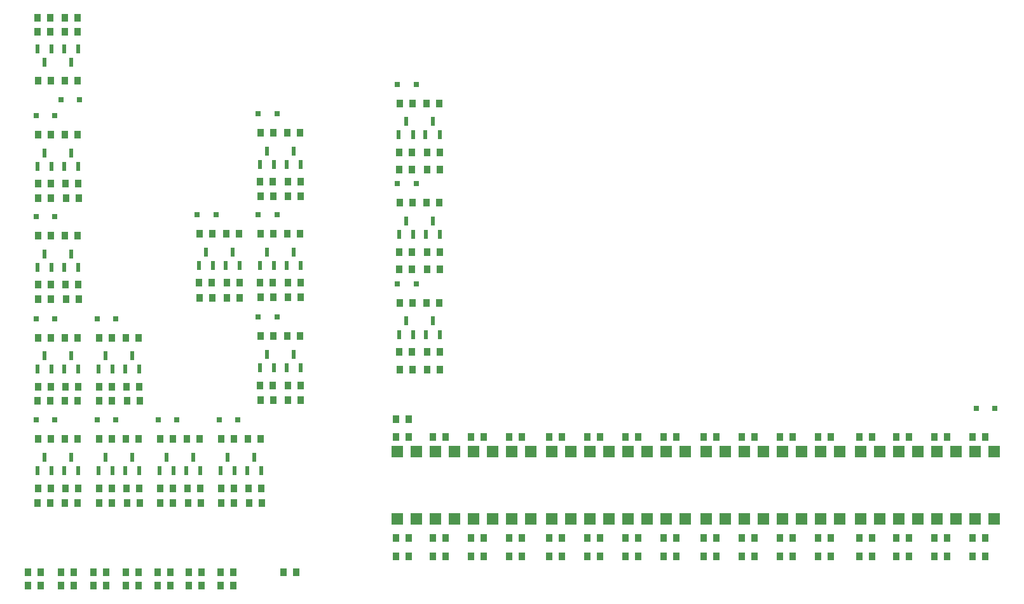
<source format=gtp>
G04*
G04 #@! TF.GenerationSoftware,Altium Limited,Altium Designer,23.5.1 (21)*
G04*
G04 Layer_Color=8421504*
%FSLAX44Y44*%
%MOMM*%
G71*
G04*
G04 #@! TF.SameCoordinates,8DBBECA3-F22B-4787-8F39-2E3879C6619A*
G04*
G04*
G04 #@! TF.FilePolarity,Positive*
G04*
G01*
G75*
%ADD18R,0.9000X1.0000*%
%ADD19R,0.6000X1.2000*%
%ADD20R,0.8000X0.8000*%
%ADD21R,1.5000X1.6000*%
D18*
X90702Y832872D02*
D03*
X107702D02*
D03*
X127532D02*
D03*
X144532D02*
D03*
X91630Y767614D02*
D03*
X108630D02*
D03*
X144190D02*
D03*
X127190D02*
D03*
X128318Y224302D02*
D03*
X145318D02*
D03*
X91488D02*
D03*
X108488D02*
D03*
X127390Y289560D02*
D03*
X144390D02*
D03*
X108830D02*
D03*
X91830D02*
D03*
X424228Y632460D02*
D03*
X441228D02*
D03*
X387398D02*
D03*
X404398D02*
D03*
X423300Y697718D02*
D03*
X440300D02*
D03*
X404740D02*
D03*
X387740D02*
D03*
X208670Y111760D02*
D03*
X225670D02*
D03*
X165490D02*
D03*
X182490D02*
D03*
X250580D02*
D03*
X267580D02*
D03*
X292490D02*
D03*
X309490D02*
D03*
X404740Y563098D02*
D03*
X387740D02*
D03*
X423300D02*
D03*
X440300D02*
D03*
X107560Y340360D02*
D03*
X90560D02*
D03*
X107560Y204470D02*
D03*
X90560D02*
D03*
X190110D02*
D03*
X173110D02*
D03*
X323460Y477520D02*
D03*
X306460D02*
D03*
X404740Y613410D02*
D03*
X387740D02*
D03*
X404740Y478790D02*
D03*
X387740D02*
D03*
X404740Y341630D02*
D03*
X387740D02*
D03*
X145660Y610870D02*
D03*
X128660D02*
D03*
X90560Y850900D02*
D03*
X107560D02*
D03*
X127390D02*
D03*
X144390D02*
D03*
X572818Y515620D02*
D03*
X589818D02*
D03*
X424570Y613410D02*
D03*
X441570D02*
D03*
X335670Y204470D02*
D03*
X352670D02*
D03*
X626600Y671830D02*
D03*
X609600D02*
D03*
X589770D02*
D03*
X572770D02*
D03*
X625672Y737088D02*
D03*
X608672D02*
D03*
X573112D02*
D03*
X590112D02*
D03*
X1202300Y157480D02*
D03*
X1185300D02*
D03*
Y133350D02*
D03*
X1202300D02*
D03*
X94860Y93980D02*
D03*
X77860D02*
D03*
X127390Y340360D02*
D03*
X144390D02*
D03*
X291220Y204470D02*
D03*
X308220D02*
D03*
X372500D02*
D03*
X389500D02*
D03*
X309490Y93980D02*
D03*
X292490D02*
D03*
X91830Y476250D02*
D03*
X108830D02*
D03*
X267580Y93980D02*
D03*
X250580D02*
D03*
X128660Y476250D02*
D03*
X145660D02*
D03*
X585080Y316230D02*
D03*
X568080D02*
D03*
X225670Y93980D02*
D03*
X208670D02*
D03*
X351400Y111760D02*
D03*
X334400D02*
D03*
X572770Y648970D02*
D03*
X589770D02*
D03*
X139310Y93980D02*
D03*
X122310D02*
D03*
X573160Y382270D02*
D03*
X590160D02*
D03*
X173110Y340360D02*
D03*
X190110D02*
D03*
X254390Y204470D02*
D03*
X271390D02*
D03*
X209940D02*
D03*
X226940D02*
D03*
X435220Y111760D02*
D03*
X418220D02*
D03*
X91830Y610870D02*
D03*
X108830D02*
D03*
X94860Y111760D02*
D03*
X77860D02*
D03*
X127390Y204470D02*
D03*
X144390D02*
D03*
X351400Y93980D02*
D03*
X334400D02*
D03*
X424570Y341630D02*
D03*
X441570D02*
D03*
X209940Y340360D02*
D03*
X226940D02*
D03*
X182490Y93980D02*
D03*
X165490D02*
D03*
X139310Y111760D02*
D03*
X122310D02*
D03*
X404398Y497840D02*
D03*
X387398D02*
D03*
X573160Y604520D02*
D03*
X590160D02*
D03*
X626648Y539262D02*
D03*
X609648D02*
D03*
X589818Y405912D02*
D03*
X572818D02*
D03*
X625720Y604520D02*
D03*
X608720D02*
D03*
X589818Y539262D02*
D03*
X572818D02*
D03*
X441228Y497840D02*
D03*
X424228D02*
D03*
X626648Y405912D02*
D03*
X609648D02*
D03*
X573160Y471170D02*
D03*
X590160D02*
D03*
X625720D02*
D03*
X608720D02*
D03*
X1302630Y157480D02*
D03*
X1285630D02*
D03*
X1353430D02*
D03*
X1336430D02*
D03*
Y133350D02*
D03*
X1353430D02*
D03*
X1302630Y292100D02*
D03*
X1285630D02*
D03*
X335670Y289560D02*
D03*
X352670D02*
D03*
X1234830Y133350D02*
D03*
X1251830D02*
D03*
Y292100D02*
D03*
X1234830D02*
D03*
X1353430D02*
D03*
X1336430D02*
D03*
X1285630Y133350D02*
D03*
X1302630D02*
D03*
X1251830Y157480D02*
D03*
X1234830D02*
D03*
X145318Y629920D02*
D03*
X128318D02*
D03*
X226598Y224302D02*
D03*
X209598D02*
D03*
X108488Y495300D02*
D03*
X91488D02*
D03*
X108488Y629920D02*
D03*
X91488D02*
D03*
X173110Y289560D02*
D03*
X190110D02*
D03*
X91830Y560558D02*
D03*
X108830D02*
D03*
X91830Y695178D02*
D03*
X108830D02*
D03*
X352328Y224302D02*
D03*
X335328D02*
D03*
X225670Y289560D02*
D03*
X208670D02*
D03*
X440300Y426720D02*
D03*
X423300D02*
D03*
X189768Y359410D02*
D03*
X172768D02*
D03*
X91830Y424668D02*
D03*
X108830D02*
D03*
X145318Y359410D02*
D03*
X128318D02*
D03*
X307878Y224302D02*
D03*
X290878D02*
D03*
X389158D02*
D03*
X372158D02*
D03*
X189768D02*
D03*
X172768D02*
D03*
X226598Y359410D02*
D03*
X209598D02*
D03*
X144390Y695178D02*
D03*
X127390D02*
D03*
X144390Y560558D02*
D03*
X127390D02*
D03*
X145318Y495300D02*
D03*
X128318D02*
D03*
X404398Y361462D02*
D03*
X387398D02*
D03*
X173110Y424668D02*
D03*
X190110D02*
D03*
X441228Y361462D02*
D03*
X424228D02*
D03*
X254390Y289560D02*
D03*
X271390D02*
D03*
X271048Y224302D02*
D03*
X254048D02*
D03*
X306950Y289560D02*
D03*
X289950D02*
D03*
X225670Y424668D02*
D03*
X208670D02*
D03*
X388230Y289560D02*
D03*
X371230D02*
D03*
X387740Y426720D02*
D03*
X404740D02*
D03*
X144390Y424668D02*
D03*
X127390D02*
D03*
X108488Y359410D02*
D03*
X91488D02*
D03*
X359020Y563098D02*
D03*
X342020D02*
D03*
X359948Y497840D02*
D03*
X342948D02*
D03*
X323118D02*
D03*
X306118D02*
D03*
X306460Y563098D02*
D03*
X323460D02*
D03*
X585080Y157480D02*
D03*
X568080D02*
D03*
X1096890Y292100D02*
D03*
X1079890D02*
D03*
X634610Y157480D02*
D03*
X617610D02*
D03*
X719210Y133350D02*
D03*
X736210D02*
D03*
X685410Y157480D02*
D03*
X668410D02*
D03*
X924950Y133350D02*
D03*
X941950D02*
D03*
X772550D02*
D03*
X789550D02*
D03*
X941950Y292100D02*
D03*
X924950D02*
D03*
X823350Y133350D02*
D03*
X840350D02*
D03*
X685410Y292100D02*
D03*
X668410D02*
D03*
X1147690D02*
D03*
X1130690D02*
D03*
X1096890Y157480D02*
D03*
X1079890D02*
D03*
X736210Y292100D02*
D03*
X719210D02*
D03*
X941950Y157480D02*
D03*
X924950D02*
D03*
X585080Y292100D02*
D03*
X568080D02*
D03*
X874150Y133350D02*
D03*
X891150D02*
D03*
X978290D02*
D03*
X995290D02*
D03*
X840350Y292100D02*
D03*
X823350D02*
D03*
X634610D02*
D03*
X617610D02*
D03*
Y133350D02*
D03*
X634610D02*
D03*
X995290Y292100D02*
D03*
X978290D02*
D03*
X789550Y157480D02*
D03*
X772550D02*
D03*
X891150D02*
D03*
X874150D02*
D03*
X1029090Y133350D02*
D03*
X1046090D02*
D03*
X1079890D02*
D03*
X1096890D02*
D03*
X1130690D02*
D03*
X1147690D02*
D03*
X1046090Y292100D02*
D03*
X1029090D02*
D03*
X736210Y157480D02*
D03*
X719210D02*
D03*
X568080Y133350D02*
D03*
X585080D02*
D03*
X789550Y292100D02*
D03*
X772550D02*
D03*
X1147690Y157480D02*
D03*
X1130690D02*
D03*
X1202300Y292100D02*
D03*
X1185300D02*
D03*
X840350Y157480D02*
D03*
X823350D02*
D03*
X1046090D02*
D03*
X1029090D02*
D03*
X995290D02*
D03*
X978290D02*
D03*
X891150Y292100D02*
D03*
X874150D02*
D03*
X668410Y133350D02*
D03*
X685410D02*
D03*
X609600Y648970D02*
D03*
X626600D02*
D03*
X609648Y515620D02*
D03*
X626648D02*
D03*
X343290Y477520D02*
D03*
X360290D02*
D03*
X424570Y478790D02*
D03*
X441570D02*
D03*
X609990Y382270D02*
D03*
X626990D02*
D03*
D19*
X100130Y791634D02*
D03*
X90630Y809634D02*
D03*
X109630D02*
D03*
X135690Y791634D02*
D03*
X126190Y809634D02*
D03*
X145190D02*
D03*
X126390Y247540D02*
D03*
X145390D02*
D03*
X135890Y265540D02*
D03*
X90830Y247540D02*
D03*
X109830D02*
D03*
X100330Y265540D02*
D03*
X422300Y655698D02*
D03*
X441300D02*
D03*
X431800Y673698D02*
D03*
X386740Y655698D02*
D03*
X405740D02*
D03*
X396240Y673698D02*
D03*
X617172Y713068D02*
D03*
X626672Y695068D02*
D03*
X607672D02*
D03*
X581612Y713068D02*
D03*
X591112Y695068D02*
D03*
X572112D02*
D03*
X314960Y539078D02*
D03*
X324460Y521078D02*
D03*
X305460D02*
D03*
X617220Y580500D02*
D03*
X626720Y562500D02*
D03*
X607720D02*
D03*
X431800Y539078D02*
D03*
X441300Y521078D02*
D03*
X422300D02*
D03*
X396240Y539078D02*
D03*
X405740Y521078D02*
D03*
X386740D02*
D03*
X617220Y447150D02*
D03*
X626720Y429150D02*
D03*
X607720D02*
D03*
X581660Y580500D02*
D03*
X591160Y562500D02*
D03*
X572160D02*
D03*
X344170Y265540D02*
D03*
X353670Y247540D02*
D03*
X334670D02*
D03*
X379730Y265540D02*
D03*
X389230Y247540D02*
D03*
X370230D02*
D03*
X431800Y402700D02*
D03*
X441300Y384700D02*
D03*
X422300D02*
D03*
X135890Y671158D02*
D03*
X145390Y653158D02*
D03*
X126390D02*
D03*
X298450Y265540D02*
D03*
X307950Y247540D02*
D03*
X288950D02*
D03*
X100330Y671158D02*
D03*
X109830Y653158D02*
D03*
X90830D02*
D03*
X135890Y536538D02*
D03*
X145390Y518538D02*
D03*
X126390D02*
D03*
X217170Y400648D02*
D03*
X226670Y382648D02*
D03*
X207670D02*
D03*
X181610Y265540D02*
D03*
X191110Y247540D02*
D03*
X172110D02*
D03*
X262890Y265540D02*
D03*
X272390Y247540D02*
D03*
X253390D02*
D03*
X100330Y536538D02*
D03*
X109830Y518538D02*
D03*
X90830D02*
D03*
X181610Y400648D02*
D03*
X191110Y382648D02*
D03*
X172110D02*
D03*
X135890Y400648D02*
D03*
X145390Y382648D02*
D03*
X126390D02*
D03*
X100330Y400648D02*
D03*
X109830Y382648D02*
D03*
X90830D02*
D03*
X396240Y402700D02*
D03*
X405740Y384700D02*
D03*
X386740D02*
D03*
X217170Y265540D02*
D03*
X226670Y247540D02*
D03*
X207670D02*
D03*
X581660Y447150D02*
D03*
X591160Y429150D02*
D03*
X572160D02*
D03*
X350520Y539078D02*
D03*
X360020Y521078D02*
D03*
X341020D02*
D03*
D20*
X146920Y742214D02*
D03*
X121920D02*
D03*
X114100Y314960D02*
D03*
X89100D02*
D03*
X410010Y723118D02*
D03*
X385010D02*
D03*
X410010Y588498D02*
D03*
X385010D02*
D03*
X570382Y762488D02*
D03*
X595382D02*
D03*
X303730Y588498D02*
D03*
X328730D02*
D03*
X570430Y629920D02*
D03*
X595430D02*
D03*
X332940Y314960D02*
D03*
X357940D02*
D03*
X170380D02*
D03*
X195380D02*
D03*
X89100Y720578D02*
D03*
X114100D02*
D03*
X89100Y585958D02*
D03*
X114100D02*
D03*
X385010Y452120D02*
D03*
X410010D02*
D03*
X89100Y450068D02*
D03*
X114100D02*
D03*
X251660Y314960D02*
D03*
X276660D02*
D03*
X170380Y450068D02*
D03*
X195380D02*
D03*
X570430Y496570D02*
D03*
X595430D02*
D03*
X1341320Y330200D02*
D03*
X1366320D02*
D03*
D21*
X1007110Y183050D02*
D03*
X981710D02*
D03*
Y273050D02*
D03*
X1007110D02*
D03*
X1032510Y183050D02*
D03*
Y273050D02*
D03*
X1057910Y183050D02*
D03*
Y273050D02*
D03*
X1083310Y183050D02*
D03*
Y273050D02*
D03*
X1108710Y183050D02*
D03*
Y273050D02*
D03*
X1134110Y183050D02*
D03*
Y273050D02*
D03*
X1159510Y183050D02*
D03*
Y273050D02*
D03*
X1212850Y183050D02*
D03*
X1187450D02*
D03*
Y273050D02*
D03*
X1212850D02*
D03*
X1238250Y183050D02*
D03*
Y273050D02*
D03*
X1263650Y183050D02*
D03*
Y273050D02*
D03*
X1289050Y183050D02*
D03*
Y273050D02*
D03*
X1314450Y183050D02*
D03*
Y273050D02*
D03*
X1339850Y183050D02*
D03*
Y273050D02*
D03*
X1365250Y183050D02*
D03*
Y273050D02*
D03*
X595630Y183050D02*
D03*
X570230D02*
D03*
Y273050D02*
D03*
X595630D02*
D03*
X621030Y183050D02*
D03*
Y273050D02*
D03*
X646430Y183050D02*
D03*
Y273050D02*
D03*
X671830Y183050D02*
D03*
Y273050D02*
D03*
X697230Y183050D02*
D03*
Y273050D02*
D03*
X722630Y183050D02*
D03*
Y273050D02*
D03*
X748030Y183050D02*
D03*
Y273050D02*
D03*
X801370Y183050D02*
D03*
X775970D02*
D03*
Y273050D02*
D03*
X801370D02*
D03*
X826770Y183050D02*
D03*
Y273050D02*
D03*
X852170Y183050D02*
D03*
Y273050D02*
D03*
X877570Y183050D02*
D03*
Y273050D02*
D03*
X902970Y183050D02*
D03*
Y273050D02*
D03*
X928370Y183050D02*
D03*
Y273050D02*
D03*
X953770Y183050D02*
D03*
Y273050D02*
D03*
M02*

</source>
